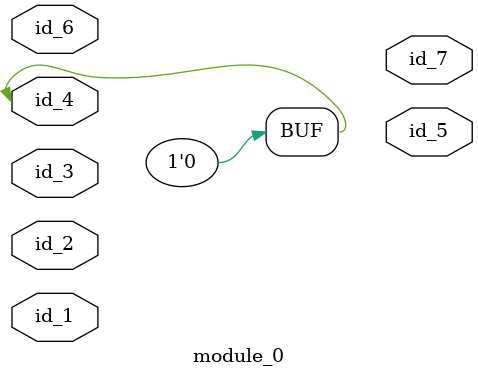
<source format=v>
`timescale 1ps / 1ps
module module_0 (
    id_1,
    id_2,
    id_3,
    id_4,
    id_5,
    id_6,
    id_7
);
  output id_7;
  input id_6;
  output id_5;
  inout id_4;
  inout id_3;
  inout id_2;
  inout id_1;
  assign id_4 = 1'b0;
endmodule

</source>
